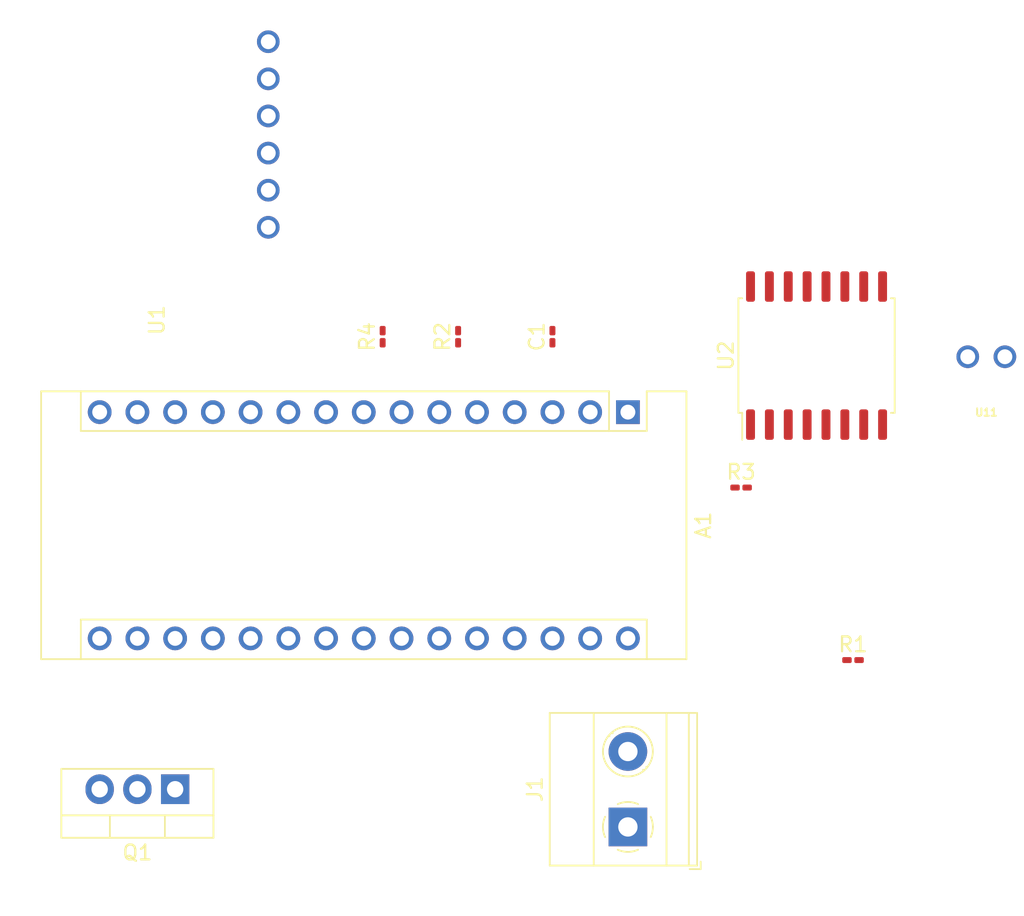
<source format=kicad_pcb>
(kicad_pcb (version 20171130) (host pcbnew "(5.1.12)-1")

  (general
    (thickness 1.6)
    (drawings 0)
    (tracks 0)
    (zones 0)
    (modules 11)
    (nets 36)
  )

  (page A4)
  (title_block
    (date "jeu. 02 avril 2015")
  )

  (layers
    (0 F.Cu signal)
    (31 B.Cu signal)
    (32 B.Adhes user)
    (33 F.Adhes user)
    (34 B.Paste user)
    (35 F.Paste user)
    (36 B.SilkS user)
    (37 F.SilkS user)
    (38 B.Mask user)
    (39 F.Mask user)
    (40 Dwgs.User user)
    (41 Cmts.User user)
    (42 Eco1.User user)
    (43 Eco2.User user)
    (44 Edge.Cuts user)
    (45 Margin user)
    (46 B.CrtYd user)
    (47 F.CrtYd user)
    (48 B.Fab user)
    (49 F.Fab user)
  )

  (setup
    (last_trace_width 0.25)
    (trace_clearance 0.2)
    (zone_clearance 0.508)
    (zone_45_only no)
    (trace_min 0.2)
    (via_size 0.6)
    (via_drill 0.4)
    (via_min_size 0.4)
    (via_min_drill 0.3)
    (uvia_size 0.3)
    (uvia_drill 0.1)
    (uvias_allowed no)
    (uvia_min_size 0.2)
    (uvia_min_drill 0.1)
    (edge_width 0.1)
    (segment_width 0.15)
    (pcb_text_width 0.3)
    (pcb_text_size 1.5 1.5)
    (mod_edge_width 0.15)
    (mod_text_size 1 1)
    (mod_text_width 0.15)
    (pad_size 1.5 1.5)
    (pad_drill 0.6)
    (pad_to_mask_clearance 0)
    (aux_axis_origin 138.176 110.617)
    (visible_elements 7FFFFFFF)
    (pcbplotparams
      (layerselection 0x00030_80000001)
      (usegerberextensions false)
      (usegerberattributes true)
      (usegerberadvancedattributes true)
      (creategerberjobfile true)
      (excludeedgelayer true)
      (linewidth 0.100000)
      (plotframeref false)
      (viasonmask false)
      (mode 1)
      (useauxorigin false)
      (hpglpennumber 1)
      (hpglpenspeed 20)
      (hpglpendiameter 15.000000)
      (psnegative false)
      (psa4output false)
      (plotreference true)
      (plotvalue true)
      (plotinvisibletext false)
      (padsonsilk false)
      (subtractmaskfromsilk false)
      (outputformat 1)
      (mirror false)
      (drillshape 1)
      (scaleselection 1)
      (outputdirectory ""))
  )

  (net 0 "")
  (net 1 GND)
  (net 2 "Net-(A1-Pad1)")
  (net 3 "Net-(A1-Pad17)")
  (net 4 "Net-(A1-Pad2)")
  (net 5 "Net-(A1-Pad18)")
  (net 6 "Net-(A1-Pad3)")
  (net 7 "Net-(A1-Pad19)")
  (net 8 "Net-(A1-Pad4)")
  (net 9 "Net-(A1-Pad20)")
  (net 10 "Net-(A1-Pad5)")
  (net 11 "Net-(A1-Pad21)")
  (net 12 "Net-(A1-Pad6)")
  (net 13 "Net-(A1-Pad22)")
  (net 14 "Net-(A1-Pad7)")
  (net 15 "Net-(A1-Pad23)")
  (net 16 "Net-(A1-Pad8)")
  (net 17 "Net-(A1-Pad24)")
  (net 18 "Net-(A1-Pad9)")
  (net 19 "Net-(A1-Pad25)")
  (net 20 "Net-(A1-Pad10)")
  (net 21 "Net-(A1-Pad26)")
  (net 22 "Net-(A1-Pad11)")
  (net 23 "Net-(A1-Pad27)")
  (net 24 "Net-(A1-Pad12)")
  (net 25 "Net-(A1-Pad28)")
  (net 26 "Net-(A1-Pad13)")
  (net 27 "Net-(A1-Pad29)")
  (net 28 "Net-(A1-Pad14)")
  (net 29 "Net-(A1-Pad30)")
  (net 30 "Net-(A1-Pad15)")
  (net 31 "Net-(A1-Pad16)")
  (net 32 "Net-(J1-Pad2)")
  (net 33 "Net-(U2-Pad1)")
  (net 34 "Net-(U2-Pad4)")
  (net 35 "Net-(U2-Pad14)")

  (net_class Default "This is the default net class."
    (clearance 0.2)
    (trace_width 0.25)
    (via_dia 0.6)
    (via_drill 0.4)
    (uvia_dia 0.3)
    (uvia_drill 0.1)
    (add_net GND)
    (add_net "Net-(A1-Pad1)")
    (add_net "Net-(A1-Pad10)")
    (add_net "Net-(A1-Pad11)")
    (add_net "Net-(A1-Pad12)")
    (add_net "Net-(A1-Pad13)")
    (add_net "Net-(A1-Pad14)")
    (add_net "Net-(A1-Pad15)")
    (add_net "Net-(A1-Pad16)")
    (add_net "Net-(A1-Pad17)")
    (add_net "Net-(A1-Pad18)")
    (add_net "Net-(A1-Pad19)")
    (add_net "Net-(A1-Pad2)")
    (add_net "Net-(A1-Pad20)")
    (add_net "Net-(A1-Pad21)")
    (add_net "Net-(A1-Pad22)")
    (add_net "Net-(A1-Pad23)")
    (add_net "Net-(A1-Pad24)")
    (add_net "Net-(A1-Pad25)")
    (add_net "Net-(A1-Pad26)")
    (add_net "Net-(A1-Pad27)")
    (add_net "Net-(A1-Pad28)")
    (add_net "Net-(A1-Pad29)")
    (add_net "Net-(A1-Pad3)")
    (add_net "Net-(A1-Pad30)")
    (add_net "Net-(A1-Pad4)")
    (add_net "Net-(A1-Pad5)")
    (add_net "Net-(A1-Pad6)")
    (add_net "Net-(A1-Pad7)")
    (add_net "Net-(A1-Pad8)")
    (add_net "Net-(A1-Pad9)")
    (add_net "Net-(J1-Pad2)")
    (add_net "Net-(U2-Pad1)")
    (add_net "Net-(U2-Pad14)")
    (add_net "Net-(U2-Pad4)")
  )

  (module Module:Arduino_Nano (layer F.Cu) (tedit 58ACAF70) (tstamp 61FC9BF5)
    (at 119.38 125.73 270)
    (descr "Arduino Nano, http://www.mouser.com/pdfdocs/Gravitech_Arduino_Nano3_0.pdf")
    (tags "Arduino Nano")
    (path /61FAF908)
    (fp_text reference A1 (at 7.62 -5.08 90) (layer F.SilkS)
      (effects (font (size 1 1) (thickness 0.15)))
    )
    (fp_text value Arduino_Nano_v3.x (at 8.89 19.05) (layer F.Fab)
      (effects (font (size 1 1) (thickness 0.15)))
    )
    (fp_line (start 16.75 42.16) (end -1.53 42.16) (layer F.CrtYd) (width 0.05))
    (fp_line (start 16.75 42.16) (end 16.75 -4.06) (layer F.CrtYd) (width 0.05))
    (fp_line (start -1.53 -4.06) (end -1.53 42.16) (layer F.CrtYd) (width 0.05))
    (fp_line (start -1.53 -4.06) (end 16.75 -4.06) (layer F.CrtYd) (width 0.05))
    (fp_line (start 16.51 -3.81) (end 16.51 39.37) (layer F.Fab) (width 0.1))
    (fp_line (start 0 -3.81) (end 16.51 -3.81) (layer F.Fab) (width 0.1))
    (fp_line (start -1.27 -2.54) (end 0 -3.81) (layer F.Fab) (width 0.1))
    (fp_line (start -1.27 39.37) (end -1.27 -2.54) (layer F.Fab) (width 0.1))
    (fp_line (start 16.51 39.37) (end -1.27 39.37) (layer F.Fab) (width 0.1))
    (fp_line (start 16.64 -3.94) (end -1.4 -3.94) (layer F.SilkS) (width 0.12))
    (fp_line (start 16.64 39.5) (end 16.64 -3.94) (layer F.SilkS) (width 0.12))
    (fp_line (start -1.4 39.5) (end 16.64 39.5) (layer F.SilkS) (width 0.12))
    (fp_line (start 3.81 41.91) (end 3.81 31.75) (layer F.Fab) (width 0.1))
    (fp_line (start 11.43 41.91) (end 3.81 41.91) (layer F.Fab) (width 0.1))
    (fp_line (start 11.43 31.75) (end 11.43 41.91) (layer F.Fab) (width 0.1))
    (fp_line (start 3.81 31.75) (end 11.43 31.75) (layer F.Fab) (width 0.1))
    (fp_line (start 1.27 36.83) (end -1.4 36.83) (layer F.SilkS) (width 0.12))
    (fp_line (start 1.27 1.27) (end 1.27 36.83) (layer F.SilkS) (width 0.12))
    (fp_line (start 1.27 1.27) (end -1.4 1.27) (layer F.SilkS) (width 0.12))
    (fp_line (start 13.97 36.83) (end 16.64 36.83) (layer F.SilkS) (width 0.12))
    (fp_line (start 13.97 -1.27) (end 13.97 36.83) (layer F.SilkS) (width 0.12))
    (fp_line (start 13.97 -1.27) (end 16.64 -1.27) (layer F.SilkS) (width 0.12))
    (fp_line (start -1.4 -3.94) (end -1.4 -1.27) (layer F.SilkS) (width 0.12))
    (fp_line (start -1.4 1.27) (end -1.4 39.5) (layer F.SilkS) (width 0.12))
    (fp_line (start 1.27 -1.27) (end -1.4 -1.27) (layer F.SilkS) (width 0.12))
    (fp_line (start 1.27 1.27) (end 1.27 -1.27) (layer F.SilkS) (width 0.12))
    (fp_text user %R (at 6.35 19.05) (layer F.Fab)
      (effects (font (size 1 1) (thickness 0.15)))
    )
    (pad 1 thru_hole rect (at 0 0 270) (size 1.6 1.6) (drill 1) (layers *.Cu *.Mask)
      (net 2 "Net-(A1-Pad1)"))
    (pad 17 thru_hole oval (at 15.24 33.02 270) (size 1.6 1.6) (drill 1) (layers *.Cu *.Mask)
      (net 3 "Net-(A1-Pad17)"))
    (pad 2 thru_hole oval (at 0 2.54 270) (size 1.6 1.6) (drill 1) (layers *.Cu *.Mask)
      (net 4 "Net-(A1-Pad2)"))
    (pad 18 thru_hole oval (at 15.24 30.48 270) (size 1.6 1.6) (drill 1) (layers *.Cu *.Mask)
      (net 5 "Net-(A1-Pad18)"))
    (pad 3 thru_hole oval (at 0 5.08 270) (size 1.6 1.6) (drill 1) (layers *.Cu *.Mask)
      (net 6 "Net-(A1-Pad3)"))
    (pad 19 thru_hole oval (at 15.24 27.94 270) (size 1.6 1.6) (drill 1) (layers *.Cu *.Mask)
      (net 7 "Net-(A1-Pad19)"))
    (pad 4 thru_hole oval (at 0 7.62 270) (size 1.6 1.6) (drill 1) (layers *.Cu *.Mask)
      (net 8 "Net-(A1-Pad4)"))
    (pad 20 thru_hole oval (at 15.24 25.4 270) (size 1.6 1.6) (drill 1) (layers *.Cu *.Mask)
      (net 9 "Net-(A1-Pad20)"))
    (pad 5 thru_hole oval (at 0 10.16 270) (size 1.6 1.6) (drill 1) (layers *.Cu *.Mask)
      (net 10 "Net-(A1-Pad5)"))
    (pad 21 thru_hole oval (at 15.24 22.86 270) (size 1.6 1.6) (drill 1) (layers *.Cu *.Mask)
      (net 11 "Net-(A1-Pad21)"))
    (pad 6 thru_hole oval (at 0 12.7 270) (size 1.6 1.6) (drill 1) (layers *.Cu *.Mask)
      (net 12 "Net-(A1-Pad6)"))
    (pad 22 thru_hole oval (at 15.24 20.32 270) (size 1.6 1.6) (drill 1) (layers *.Cu *.Mask)
      (net 13 "Net-(A1-Pad22)"))
    (pad 7 thru_hole oval (at 0 15.24 270) (size 1.6 1.6) (drill 1) (layers *.Cu *.Mask)
      (net 14 "Net-(A1-Pad7)"))
    (pad 23 thru_hole oval (at 15.24 17.78 270) (size 1.6 1.6) (drill 1) (layers *.Cu *.Mask)
      (net 15 "Net-(A1-Pad23)"))
    (pad 8 thru_hole oval (at 0 17.78 270) (size 1.6 1.6) (drill 1) (layers *.Cu *.Mask)
      (net 16 "Net-(A1-Pad8)"))
    (pad 24 thru_hole oval (at 15.24 15.24 270) (size 1.6 1.6) (drill 1) (layers *.Cu *.Mask)
      (net 17 "Net-(A1-Pad24)"))
    (pad 9 thru_hole oval (at 0 20.32 270) (size 1.6 1.6) (drill 1) (layers *.Cu *.Mask)
      (net 18 "Net-(A1-Pad9)"))
    (pad 25 thru_hole oval (at 15.24 12.7 270) (size 1.6 1.6) (drill 1) (layers *.Cu *.Mask)
      (net 19 "Net-(A1-Pad25)"))
    (pad 10 thru_hole oval (at 0 22.86 270) (size 1.6 1.6) (drill 1) (layers *.Cu *.Mask)
      (net 20 "Net-(A1-Pad10)"))
    (pad 26 thru_hole oval (at 15.24 10.16 270) (size 1.6 1.6) (drill 1) (layers *.Cu *.Mask)
      (net 21 "Net-(A1-Pad26)"))
    (pad 11 thru_hole oval (at 0 25.4 270) (size 1.6 1.6) (drill 1) (layers *.Cu *.Mask)
      (net 22 "Net-(A1-Pad11)"))
    (pad 27 thru_hole oval (at 15.24 7.62 270) (size 1.6 1.6) (drill 1) (layers *.Cu *.Mask)
      (net 23 "Net-(A1-Pad27)"))
    (pad 12 thru_hole oval (at 0 27.94 270) (size 1.6 1.6) (drill 1) (layers *.Cu *.Mask)
      (net 24 "Net-(A1-Pad12)"))
    (pad 28 thru_hole oval (at 15.24 5.08 270) (size 1.6 1.6) (drill 1) (layers *.Cu *.Mask)
      (net 25 "Net-(A1-Pad28)"))
    (pad 13 thru_hole oval (at 0 30.48 270) (size 1.6 1.6) (drill 1) (layers *.Cu *.Mask)
      (net 26 "Net-(A1-Pad13)"))
    (pad 29 thru_hole oval (at 15.24 2.54 270) (size 1.6 1.6) (drill 1) (layers *.Cu *.Mask)
      (net 27 "Net-(A1-Pad29)"))
    (pad 14 thru_hole oval (at 0 33.02 270) (size 1.6 1.6) (drill 1) (layers *.Cu *.Mask)
      (net 28 "Net-(A1-Pad14)"))
    (pad 30 thru_hole oval (at 15.24 0 270) (size 1.6 1.6) (drill 1) (layers *.Cu *.Mask)
      (net 29 "Net-(A1-Pad30)"))
    (pad 15 thru_hole oval (at 0 35.56 270) (size 1.6 1.6) (drill 1) (layers *.Cu *.Mask)
      (net 30 "Net-(A1-Pad15)"))
    (pad 16 thru_hole oval (at 15.24 35.56 270) (size 1.6 1.6) (drill 1) (layers *.Cu *.Mask)
      (net 31 "Net-(A1-Pad16)"))
    (model ${KISYS3DMOD}/Module.3dshapes/Arduino_Nano_WithMountingHoles.wrl
      (at (xyz 0 0 0))
      (scale (xyz 1 1 1))
      (rotate (xyz 0 0 0))
    )
  )

  (module Capacitor_SMD:C_0201_0603Metric_Pad0.64x0.40mm_HandSolder (layer F.Cu) (tedit 5F6BB9E0) (tstamp 61FC9C06)
    (at 114.3 120.65 90)
    (descr "Capacitor SMD 0201 (0603 Metric), square (rectangular) end terminal, IPC_7351 nominal with elongated pad for handsoldering. (Body size source: https://www.vishay.com/docs/20052/crcw0201e3.pdf), generated with kicad-footprint-generator")
    (tags "capacitor handsolder")
    (path /61FDDC55)
    (attr smd)
    (fp_text reference C1 (at 0 -1.05 90) (layer F.SilkS)
      (effects (font (size 1 1) (thickness 0.15)))
    )
    (fp_text value C (at 0 1.05 90) (layer F.Fab)
      (effects (font (size 1 1) (thickness 0.15)))
    )
    (fp_line (start 0.88 0.35) (end -0.88 0.35) (layer F.CrtYd) (width 0.05))
    (fp_line (start 0.88 -0.35) (end 0.88 0.35) (layer F.CrtYd) (width 0.05))
    (fp_line (start -0.88 -0.35) (end 0.88 -0.35) (layer F.CrtYd) (width 0.05))
    (fp_line (start -0.88 0.35) (end -0.88 -0.35) (layer F.CrtYd) (width 0.05))
    (fp_line (start 0.3 0.15) (end -0.3 0.15) (layer F.Fab) (width 0.1))
    (fp_line (start 0.3 -0.15) (end 0.3 0.15) (layer F.Fab) (width 0.1))
    (fp_line (start -0.3 -0.15) (end 0.3 -0.15) (layer F.Fab) (width 0.1))
    (fp_line (start -0.3 0.15) (end -0.3 -0.15) (layer F.Fab) (width 0.1))
    (fp_text user %R (at 0 -0.68 90) (layer F.Fab)
      (effects (font (size 0.25 0.25) (thickness 0.04)))
    )
    (pad "" smd roundrect (at -0.4325 0 90) (size 0.458 0.36) (layers F.Paste) (roundrect_rratio 0.25))
    (pad "" smd roundrect (at 0.4325 0 90) (size 0.458 0.36) (layers F.Paste) (roundrect_rratio 0.25))
    (pad 1 smd roundrect (at -0.4075 0 90) (size 0.635 0.4) (layers F.Cu F.Mask) (roundrect_rratio 0.25)
      (net 3 "Net-(A1-Pad17)"))
    (pad 2 smd roundrect (at 0.4075 0 90) (size 0.635 0.4) (layers F.Cu F.Mask) (roundrect_rratio 0.25)
      (net 1 GND))
    (model ${KISYS3DMOD}/Capacitor_SMD.3dshapes/C_0201_0603Metric.wrl
      (at (xyz 0 0 0))
      (scale (xyz 1 1 1))
      (rotate (xyz 0 0 0))
    )
  )

  (module TerminalBlock_Phoenix:TerminalBlock_Phoenix_MKDS-1,5-2-5.08_1x02_P5.08mm_Horizontal (layer F.Cu) (tedit 5B294EBC) (tstamp 61FC9C32)
    (at 119.38 153.67 90)
    (descr "Terminal Block Phoenix MKDS-1,5-2-5.08, 2 pins, pitch 5.08mm, size 10.2x9.8mm^2, drill diamater 1.3mm, pad diameter 2.6mm, see http://www.farnell.com/datasheets/100425.pdf, script-generated using https://github.com/pointhi/kicad-footprint-generator/scripts/TerminalBlock_Phoenix")
    (tags "THT Terminal Block Phoenix MKDS-1,5-2-5.08 pitch 5.08mm size 10.2x9.8mm^2 drill 1.3mm pad 2.6mm")
    (path /61FE4DDA)
    (fp_text reference J1 (at 2.54 -6.26 90) (layer F.SilkS)
      (effects (font (size 1 1) (thickness 0.15)))
    )
    (fp_text value Screw_Terminal_01x02 (at 2.54 5.66 90) (layer F.Fab)
      (effects (font (size 1 1) (thickness 0.15)))
    )
    (fp_line (start 8.13 -5.71) (end -3.04 -5.71) (layer F.CrtYd) (width 0.05))
    (fp_line (start 8.13 5.1) (end 8.13 -5.71) (layer F.CrtYd) (width 0.05))
    (fp_line (start -3.04 5.1) (end 8.13 5.1) (layer F.CrtYd) (width 0.05))
    (fp_line (start -3.04 -5.71) (end -3.04 5.1) (layer F.CrtYd) (width 0.05))
    (fp_line (start -2.84 4.9) (end -2.34 4.9) (layer F.SilkS) (width 0.12))
    (fp_line (start -2.84 4.16) (end -2.84 4.9) (layer F.SilkS) (width 0.12))
    (fp_line (start 3.853 1.023) (end 3.806 1.069) (layer F.SilkS) (width 0.12))
    (fp_line (start 6.15 -1.275) (end 6.115 -1.239) (layer F.SilkS) (width 0.12))
    (fp_line (start 4.046 1.239) (end 4.011 1.274) (layer F.SilkS) (width 0.12))
    (fp_line (start 6.355 -1.069) (end 6.308 -1.023) (layer F.SilkS) (width 0.12))
    (fp_line (start 6.035 -1.138) (end 3.943 0.955) (layer F.Fab) (width 0.1))
    (fp_line (start 6.218 -0.955) (end 4.126 1.138) (layer F.Fab) (width 0.1))
    (fp_line (start 0.955 -1.138) (end -1.138 0.955) (layer F.Fab) (width 0.1))
    (fp_line (start 1.138 -0.955) (end -0.955 1.138) (layer F.Fab) (width 0.1))
    (fp_line (start 7.68 -5.261) (end 7.68 4.66) (layer F.SilkS) (width 0.12))
    (fp_line (start -2.6 -5.261) (end -2.6 4.66) (layer F.SilkS) (width 0.12))
    (fp_line (start -2.6 4.66) (end 7.68 4.66) (layer F.SilkS) (width 0.12))
    (fp_line (start -2.6 -5.261) (end 7.68 -5.261) (layer F.SilkS) (width 0.12))
    (fp_line (start -2.6 -2.301) (end 7.68 -2.301) (layer F.SilkS) (width 0.12))
    (fp_line (start -2.54 -2.3) (end 7.62 -2.3) (layer F.Fab) (width 0.1))
    (fp_line (start -2.6 2.6) (end 7.68 2.6) (layer F.SilkS) (width 0.12))
    (fp_line (start -2.54 2.6) (end 7.62 2.6) (layer F.Fab) (width 0.1))
    (fp_line (start -2.6 4.1) (end 7.68 4.1) (layer F.SilkS) (width 0.12))
    (fp_line (start -2.54 4.1) (end 7.62 4.1) (layer F.Fab) (width 0.1))
    (fp_line (start -2.54 4.1) (end -2.54 -5.2) (layer F.Fab) (width 0.1))
    (fp_line (start -2.04 4.6) (end -2.54 4.1) (layer F.Fab) (width 0.1))
    (fp_line (start 7.62 4.6) (end -2.04 4.6) (layer F.Fab) (width 0.1))
    (fp_line (start 7.62 -5.2) (end 7.62 4.6) (layer F.Fab) (width 0.1))
    (fp_line (start -2.54 -5.2) (end 7.62 -5.2) (layer F.Fab) (width 0.1))
    (fp_circle (center 5.08 0) (end 6.76 0) (layer F.SilkS) (width 0.12))
    (fp_circle (center 5.08 0) (end 6.58 0) (layer F.Fab) (width 0.1))
    (fp_circle (center 0 0) (end 1.5 0) (layer F.Fab) (width 0.1))
    (fp_arc (start 0 0) (end 0 1.68) (angle -24) (layer F.SilkS) (width 0.12))
    (fp_arc (start 0 0) (end 1.535 0.684) (angle -48) (layer F.SilkS) (width 0.12))
    (fp_arc (start 0 0) (end 0.684 -1.535) (angle -48) (layer F.SilkS) (width 0.12))
    (fp_arc (start 0 0) (end -1.535 -0.684) (angle -48) (layer F.SilkS) (width 0.12))
    (fp_arc (start 0 0) (end -0.684 1.535) (angle -25) (layer F.SilkS) (width 0.12))
    (fp_text user %R (at 2.54 3.2 90) (layer F.Fab)
      (effects (font (size 1 1) (thickness 0.15)))
    )
    (pad 1 thru_hole rect (at 0 0 90) (size 2.6 2.6) (drill 1.3) (layers *.Cu *.Mask)
      (net 23 "Net-(A1-Pad27)"))
    (pad 2 thru_hole circle (at 5.08 0 90) (size 2.6 2.6) (drill 1.3) (layers *.Cu *.Mask)
      (net 32 "Net-(J1-Pad2)"))
    (model ${KISYS3DMOD}/TerminalBlock_Phoenix.3dshapes/TerminalBlock_Phoenix_MKDS-1,5-2-5.08_1x02_P5.08mm_Horizontal.wrl
      (at (xyz 0 0 0))
      (scale (xyz 1 1 1))
      (rotate (xyz 0 0 0))
    )
  )

  (module Package_TO_SOT_THT:TO-220-3_Vertical (layer F.Cu) (tedit 5AC8BA0D) (tstamp 61FC9C4C)
    (at 88.9 151.13 180)
    (descr "TO-220-3, Vertical, RM 2.54mm, see https://www.vishay.com/docs/66542/to-220-1.pdf")
    (tags "TO-220-3 Vertical RM 2.54mm")
    (path /61FEFBEF)
    (fp_text reference Q1 (at 2.54 -4.27) (layer F.SilkS)
      (effects (font (size 1 1) (thickness 0.15)))
    )
    (fp_text value IRF540N (at 2.54 2.5) (layer F.Fab)
      (effects (font (size 1 1) (thickness 0.15)))
    )
    (fp_line (start 7.79 -3.4) (end -2.71 -3.4) (layer F.CrtYd) (width 0.05))
    (fp_line (start 7.79 1.51) (end 7.79 -3.4) (layer F.CrtYd) (width 0.05))
    (fp_line (start -2.71 1.51) (end 7.79 1.51) (layer F.CrtYd) (width 0.05))
    (fp_line (start -2.71 -3.4) (end -2.71 1.51) (layer F.CrtYd) (width 0.05))
    (fp_line (start 4.391 -3.27) (end 4.391 -1.76) (layer F.SilkS) (width 0.12))
    (fp_line (start 0.69 -3.27) (end 0.69 -1.76) (layer F.SilkS) (width 0.12))
    (fp_line (start -2.58 -1.76) (end 7.66 -1.76) (layer F.SilkS) (width 0.12))
    (fp_line (start 7.66 -3.27) (end 7.66 1.371) (layer F.SilkS) (width 0.12))
    (fp_line (start -2.58 -3.27) (end -2.58 1.371) (layer F.SilkS) (width 0.12))
    (fp_line (start -2.58 1.371) (end 7.66 1.371) (layer F.SilkS) (width 0.12))
    (fp_line (start -2.58 -3.27) (end 7.66 -3.27) (layer F.SilkS) (width 0.12))
    (fp_line (start 4.39 -3.15) (end 4.39 -1.88) (layer F.Fab) (width 0.1))
    (fp_line (start 0.69 -3.15) (end 0.69 -1.88) (layer F.Fab) (width 0.1))
    (fp_line (start -2.46 -1.88) (end 7.54 -1.88) (layer F.Fab) (width 0.1))
    (fp_line (start 7.54 -3.15) (end -2.46 -3.15) (layer F.Fab) (width 0.1))
    (fp_line (start 7.54 1.25) (end 7.54 -3.15) (layer F.Fab) (width 0.1))
    (fp_line (start -2.46 1.25) (end 7.54 1.25) (layer F.Fab) (width 0.1))
    (fp_line (start -2.46 -3.15) (end -2.46 1.25) (layer F.Fab) (width 0.1))
    (fp_text user %R (at 2.54 -4.27) (layer F.Fab)
      (effects (font (size 1 1) (thickness 0.15)))
    )
    (pad 1 thru_hole rect (at 0 0 180) (size 1.905 2) (drill 1.1) (layers *.Cu *.Mask)
      (net 32 "Net-(J1-Pad2)"))
    (pad 2 thru_hole oval (at 2.54 0 180) (size 1.905 2) (drill 1.1) (layers *.Cu *.Mask)
      (net 7 "Net-(A1-Pad19)"))
    (pad 3 thru_hole oval (at 5.08 0 180) (size 1.905 2) (drill 1.1) (layers *.Cu *.Mask)
      (net 23 "Net-(A1-Pad27)"))
    (model ${KISYS3DMOD}/Package_TO_SOT_THT.3dshapes/TO-220-3_Vertical.wrl
      (at (xyz 0 0 0))
      (scale (xyz 1 1 1))
      (rotate (xyz 0 0 0))
    )
  )

  (module Resistor_SMD:R_0201_0603Metric_Pad0.64x0.40mm_HandSolder (layer F.Cu) (tedit 5F6BB9E0) (tstamp 61FC9C5D)
    (at 134.535001 142.43)
    (descr "Resistor SMD 0201 (0603 Metric), square (rectangular) end terminal, IPC_7351 nominal with elongated pad for handsoldering. (Body size source: https://www.vishay.com/docs/20052/crcw0201e3.pdf), generated with kicad-footprint-generator")
    (tags "resistor handsolder")
    (path /61FC780F)
    (attr smd)
    (fp_text reference R1 (at 0 -1.05) (layer F.SilkS)
      (effects (font (size 1 1) (thickness 0.15)))
    )
    (fp_text value 4.7K (at 0 1.05) (layer F.Fab)
      (effects (font (size 1 1) (thickness 0.15)))
    )
    (fp_line (start 0.88 0.35) (end -0.88 0.35) (layer F.CrtYd) (width 0.05))
    (fp_line (start 0.88 -0.35) (end 0.88 0.35) (layer F.CrtYd) (width 0.05))
    (fp_line (start -0.88 -0.35) (end 0.88 -0.35) (layer F.CrtYd) (width 0.05))
    (fp_line (start -0.88 0.35) (end -0.88 -0.35) (layer F.CrtYd) (width 0.05))
    (fp_line (start 0.3 0.15) (end -0.3 0.15) (layer F.Fab) (width 0.1))
    (fp_line (start 0.3 -0.15) (end 0.3 0.15) (layer F.Fab) (width 0.1))
    (fp_line (start -0.3 -0.15) (end 0.3 -0.15) (layer F.Fab) (width 0.1))
    (fp_line (start -0.3 0.15) (end -0.3 -0.15) (layer F.Fab) (width 0.1))
    (fp_text user %R (at 0 -0.68) (layer F.Fab)
      (effects (font (size 0.25 0.25) (thickness 0.04)))
    )
    (pad "" smd roundrect (at -0.4325 0) (size 0.458 0.36) (layers F.Paste) (roundrect_rratio 0.25))
    (pad "" smd roundrect (at 0.4325 0) (size 0.458 0.36) (layers F.Paste) (roundrect_rratio 0.25))
    (pad 1 smd roundrect (at -0.4075 0) (size 0.635 0.4) (layers F.Cu F.Mask) (roundrect_rratio 0.25)
      (net 3 "Net-(A1-Pad17)"))
    (pad 2 smd roundrect (at 0.4075 0) (size 0.635 0.4) (layers F.Cu F.Mask) (roundrect_rratio 0.25)
      (net 17 "Net-(A1-Pad24)"))
    (model ${KISYS3DMOD}/Resistor_SMD.3dshapes/R_0201_0603Metric.wrl
      (at (xyz 0 0 0))
      (scale (xyz 1 1 1))
      (rotate (xyz 0 0 0))
    )
  )

  (module Resistor_SMD:R_0201_0603Metric_Pad0.64x0.40mm_HandSolder (layer F.Cu) (tedit 5F6BB9E0) (tstamp 61FC9C6E)
    (at 107.95 120.65 90)
    (descr "Resistor SMD 0201 (0603 Metric), square (rectangular) end terminal, IPC_7351 nominal with elongated pad for handsoldering. (Body size source: https://www.vishay.com/docs/20052/crcw0201e3.pdf), generated with kicad-footprint-generator")
    (tags "resistor handsolder")
    (path /61FC70CF)
    (attr smd)
    (fp_text reference R2 (at 0 -1.05 90) (layer F.SilkS)
      (effects (font (size 1 1) (thickness 0.15)))
    )
    (fp_text value 10K (at 0 1.05 90) (layer F.Fab)
      (effects (font (size 1 1) (thickness 0.15)))
    )
    (fp_text user %R (at 0 -0.68 90) (layer F.Fab)
      (effects (font (size 0.25 0.25) (thickness 0.04)))
    )
    (fp_line (start -0.3 0.15) (end -0.3 -0.15) (layer F.Fab) (width 0.1))
    (fp_line (start -0.3 -0.15) (end 0.3 -0.15) (layer F.Fab) (width 0.1))
    (fp_line (start 0.3 -0.15) (end 0.3 0.15) (layer F.Fab) (width 0.1))
    (fp_line (start 0.3 0.15) (end -0.3 0.15) (layer F.Fab) (width 0.1))
    (fp_line (start -0.88 0.35) (end -0.88 -0.35) (layer F.CrtYd) (width 0.05))
    (fp_line (start -0.88 -0.35) (end 0.88 -0.35) (layer F.CrtYd) (width 0.05))
    (fp_line (start 0.88 -0.35) (end 0.88 0.35) (layer F.CrtYd) (width 0.05))
    (fp_line (start 0.88 0.35) (end -0.88 0.35) (layer F.CrtYd) (width 0.05))
    (pad 2 smd roundrect (at 0.4075 0 90) (size 0.635 0.4) (layers F.Cu F.Mask) (roundrect_rratio 0.25)
      (net 15 "Net-(A1-Pad23)"))
    (pad 1 smd roundrect (at -0.4075 0 90) (size 0.635 0.4) (layers F.Cu F.Mask) (roundrect_rratio 0.25)
      (net 3 "Net-(A1-Pad17)"))
    (pad "" smd roundrect (at 0.4325 0 90) (size 0.458 0.36) (layers F.Paste) (roundrect_rratio 0.25))
    (pad "" smd roundrect (at -0.4325 0 90) (size 0.458 0.36) (layers F.Paste) (roundrect_rratio 0.25))
    (model ${KISYS3DMOD}/Resistor_SMD.3dshapes/R_0201_0603Metric.wrl
      (at (xyz 0 0 0))
      (scale (xyz 1 1 1))
      (rotate (xyz 0 0 0))
    )
  )

  (module Resistor_SMD:R_0201_0603Metric_Pad0.64x0.40mm_HandSolder (layer F.Cu) (tedit 5F6BB9E0) (tstamp 61FC9C7F)
    (at 127 130.81)
    (descr "Resistor SMD 0201 (0603 Metric), square (rectangular) end terminal, IPC_7351 nominal with elongated pad for handsoldering. (Body size source: https://www.vishay.com/docs/20052/crcw0201e3.pdf), generated with kicad-footprint-generator")
    (tags "resistor handsolder")
    (path /61FC62BC)
    (attr smd)
    (fp_text reference R3 (at 0 -1.05) (layer F.SilkS)
      (effects (font (size 1 1) (thickness 0.15)))
    )
    (fp_text value 4.7K (at 0 1.05) (layer F.Fab)
      (effects (font (size 1 1) (thickness 0.15)))
    )
    (fp_line (start 0.88 0.35) (end -0.88 0.35) (layer F.CrtYd) (width 0.05))
    (fp_line (start 0.88 -0.35) (end 0.88 0.35) (layer F.CrtYd) (width 0.05))
    (fp_line (start -0.88 -0.35) (end 0.88 -0.35) (layer F.CrtYd) (width 0.05))
    (fp_line (start -0.88 0.35) (end -0.88 -0.35) (layer F.CrtYd) (width 0.05))
    (fp_line (start 0.3 0.15) (end -0.3 0.15) (layer F.Fab) (width 0.1))
    (fp_line (start 0.3 -0.15) (end 0.3 0.15) (layer F.Fab) (width 0.1))
    (fp_line (start -0.3 -0.15) (end 0.3 -0.15) (layer F.Fab) (width 0.1))
    (fp_line (start -0.3 0.15) (end -0.3 -0.15) (layer F.Fab) (width 0.1))
    (fp_text user %R (at 0 -0.68) (layer F.Fab)
      (effects (font (size 0.25 0.25) (thickness 0.04)))
    )
    (pad "" smd roundrect (at -0.4325 0) (size 0.458 0.36) (layers F.Paste) (roundrect_rratio 0.25))
    (pad "" smd roundrect (at 0.4325 0) (size 0.458 0.36) (layers F.Paste) (roundrect_rratio 0.25))
    (pad 1 smd roundrect (at -0.4075 0) (size 0.635 0.4) (layers F.Cu F.Mask) (roundrect_rratio 0.25)
      (net 3 "Net-(A1-Pad17)"))
    (pad 2 smd roundrect (at 0.4075 0) (size 0.635 0.4) (layers F.Cu F.Mask) (roundrect_rratio 0.25)
      (net 10 "Net-(A1-Pad5)"))
    (model ${KISYS3DMOD}/Resistor_SMD.3dshapes/R_0201_0603Metric.wrl
      (at (xyz 0 0 0))
      (scale (xyz 1 1 1))
      (rotate (xyz 0 0 0))
    )
  )

  (module Resistor_SMD:R_0201_0603Metric_Pad0.64x0.40mm_HandSolder (layer F.Cu) (tedit 5F6BB9E0) (tstamp 61FC9C90)
    (at 102.87 120.65 90)
    (descr "Resistor SMD 0201 (0603 Metric), square (rectangular) end terminal, IPC_7351 nominal with elongated pad for handsoldering. (Body size source: https://www.vishay.com/docs/20052/crcw0201e3.pdf), generated with kicad-footprint-generator")
    (tags "resistor handsolder")
    (path /61FFA4E7)
    (attr smd)
    (fp_text reference R4 (at 0 -1.05 90) (layer F.SilkS)
      (effects (font (size 1 1) (thickness 0.15)))
    )
    (fp_text value 3.0M (at 0 1.05 90) (layer F.Fab)
      (effects (font (size 1 1) (thickness 0.15)))
    )
    (fp_text user %R (at 0 -0.68 90) (layer F.Fab)
      (effects (font (size 0.25 0.25) (thickness 0.04)))
    )
    (fp_line (start -0.3 0.15) (end -0.3 -0.15) (layer F.Fab) (width 0.1))
    (fp_line (start -0.3 -0.15) (end 0.3 -0.15) (layer F.Fab) (width 0.1))
    (fp_line (start 0.3 -0.15) (end 0.3 0.15) (layer F.Fab) (width 0.1))
    (fp_line (start 0.3 0.15) (end -0.3 0.15) (layer F.Fab) (width 0.1))
    (fp_line (start -0.88 0.35) (end -0.88 -0.35) (layer F.CrtYd) (width 0.05))
    (fp_line (start -0.88 -0.35) (end 0.88 -0.35) (layer F.CrtYd) (width 0.05))
    (fp_line (start 0.88 -0.35) (end 0.88 0.35) (layer F.CrtYd) (width 0.05))
    (fp_line (start 0.88 0.35) (end -0.88 0.35) (layer F.CrtYd) (width 0.05))
    (pad 2 smd roundrect (at 0.4075 0 90) (size 0.635 0.4) (layers F.Cu F.Mask) (roundrect_rratio 0.25)
      (net 1 GND))
    (pad 1 smd roundrect (at -0.4075 0 90) (size 0.635 0.4) (layers F.Cu F.Mask) (roundrect_rratio 0.25)
      (net 7 "Net-(A1-Pad19)"))
    (pad "" smd roundrect (at 0.4325 0 90) (size 0.458 0.36) (layers F.Paste) (roundrect_rratio 0.25))
    (pad "" smd roundrect (at -0.4325 0 90) (size 0.458 0.36) (layers F.Paste) (roundrect_rratio 0.25))
    (model ${KISYS3DMOD}/Resistor_SMD.3dshapes/R_0201_0603Metric.wrl
      (at (xyz 0 0 0))
      (scale (xyz 1 1 1))
      (rotate (xyz 0 0 0))
    )
  )

  (module SDcard:SDCard (layer F.Cu) (tedit 61FC3E49) (tstamp 61FC9CA0)
    (at 90.17 113.03 270)
    (path /61FB510B)
    (fp_text reference U1 (at 6.5 2.5 90) (layer F.SilkS)
      (effects (font (size 1 1) (thickness 0.15)))
    )
    (fp_text value SDCARD (at 6.5 1 90) (layer F.Fab)
      (effects (font (size 1 1) (thickness 0.15)))
    )
    (fp_line (start -15 13) (end -15 -8) (layer B.Paste) (width 0.12))
    (fp_line (start -14 13) (end -15 13) (layer B.Paste) (width 0.12))
    (fp_line (start 3 13) (end 2 13) (layer B.Paste) (width 0.12))
    (fp_line (start 3 -8) (end 3 13) (layer B.Paste) (width 0.12))
    (fp_line (start -14 13) (end 2 13) (layer B.Paste) (width 0.12))
    (fp_line (start -15 -8) (end 3 -8) (layer B.Paste) (width 0.12))
    (pad 1 thru_hole circle (at -12.25 -5 270) (size 1.524 1.524) (drill 1) (layers *.Cu *.Mask)
      (net 1 GND))
    (pad 2 thru_hole circle (at -9.75 -5 270) (size 1.524 1.524) (drill 1) (layers *.Cu *.Mask)
      (net 30 "Net-(A1-Pad15)"))
    (pad 3 thru_hole circle (at -7.25 -5 270) (size 1.524 1.524) (drill 1) (layers *.Cu *.Mask)
      (net 31 "Net-(A1-Pad16)"))
    (pad 4 thru_hole circle (at -4.75 -5 270) (size 1.524 1.524) (drill 1) (layers *.Cu *.Mask)
      (net 28 "Net-(A1-Pad14)"))
    (pad 5 thru_hole circle (at -2.25 -5 270) (size 1.524 1.524) (drill 1) (layers *.Cu *.Mask)
      (net 20 "Net-(A1-Pad10)"))
    (pad 6 thru_hole circle (at 0.25 -5 270) (size 1.524 1.524) (drill 1) (layers *.Cu *.Mask)
      (net 3 "Net-(A1-Pad17)"))
  )

  (module Package_SO:SOIC-16W_7.5x10.3mm_P1.27mm (layer F.Cu) (tedit 5D9F72B1) (tstamp 61FC9CC7)
    (at 132.08 121.92 90)
    (descr "SOIC, 16 Pin (JEDEC MS-013AA, https://www.analog.com/media/en/package-pcb-resources/package/pkg_pdf/soic_wide-rw/rw_16.pdf), generated with kicad-footprint-generator ipc_gullwing_generator.py")
    (tags "SOIC SO")
    (path /61FB1A4A)
    (attr smd)
    (fp_text reference U2 (at 0 -6.1 90) (layer F.SilkS)
      (effects (font (size 1 1) (thickness 0.15)))
    )
    (fp_text value DS3231M (at 0 6.1 90) (layer F.Fab)
      (effects (font (size 1 1) (thickness 0.15)))
    )
    (fp_line (start 5.93 -5.4) (end -5.93 -5.4) (layer F.CrtYd) (width 0.05))
    (fp_line (start 5.93 5.4) (end 5.93 -5.4) (layer F.CrtYd) (width 0.05))
    (fp_line (start -5.93 5.4) (end 5.93 5.4) (layer F.CrtYd) (width 0.05))
    (fp_line (start -5.93 -5.4) (end -5.93 5.4) (layer F.CrtYd) (width 0.05))
    (fp_line (start -3.75 -4.15) (end -2.75 -5.15) (layer F.Fab) (width 0.1))
    (fp_line (start -3.75 5.15) (end -3.75 -4.15) (layer F.Fab) (width 0.1))
    (fp_line (start 3.75 5.15) (end -3.75 5.15) (layer F.Fab) (width 0.1))
    (fp_line (start 3.75 -5.15) (end 3.75 5.15) (layer F.Fab) (width 0.1))
    (fp_line (start -2.75 -5.15) (end 3.75 -5.15) (layer F.Fab) (width 0.1))
    (fp_line (start -3.86 -5.005) (end -5.675 -5.005) (layer F.SilkS) (width 0.12))
    (fp_line (start -3.86 -5.26) (end -3.86 -5.005) (layer F.SilkS) (width 0.12))
    (fp_line (start 0 -5.26) (end -3.86 -5.26) (layer F.SilkS) (width 0.12))
    (fp_line (start 3.86 -5.26) (end 3.86 -5.005) (layer F.SilkS) (width 0.12))
    (fp_line (start 0 -5.26) (end 3.86 -5.26) (layer F.SilkS) (width 0.12))
    (fp_line (start -3.86 5.26) (end -3.86 5.005) (layer F.SilkS) (width 0.12))
    (fp_line (start 0 5.26) (end -3.86 5.26) (layer F.SilkS) (width 0.12))
    (fp_line (start 3.86 5.26) (end 3.86 5.005) (layer F.SilkS) (width 0.12))
    (fp_line (start 0 5.26) (end 3.86 5.26) (layer F.SilkS) (width 0.12))
    (fp_text user %R (at 0 0 90) (layer F.Fab)
      (effects (font (size 1 1) (thickness 0.15)))
    )
    (pad 1 smd roundrect (at -4.65 -4.445 90) (size 2.05 0.6) (layers F.Cu F.Paste F.Mask) (roundrect_rratio 0.25)
      (net 33 "Net-(U2-Pad1)"))
    (pad 2 smd roundrect (at -4.65 -3.175 90) (size 2.05 0.6) (layers F.Cu F.Paste F.Mask) (roundrect_rratio 0.25)
      (net 3 "Net-(A1-Pad17)"))
    (pad 3 smd roundrect (at -4.65 -1.905 90) (size 2.05 0.6) (layers F.Cu F.Paste F.Mask) (roundrect_rratio 0.25)
      (net 10 "Net-(A1-Pad5)"))
    (pad 4 smd roundrect (at -4.65 -0.635 90) (size 2.05 0.6) (layers F.Cu F.Paste F.Mask) (roundrect_rratio 0.25)
      (net 34 "Net-(U2-Pad4)"))
    (pad 5 smd roundrect (at -4.65 0.635 90) (size 2.05 0.6) (layers F.Cu F.Paste F.Mask) (roundrect_rratio 0.25)
      (net 1 GND))
    (pad 6 smd roundrect (at -4.65 1.905 90) (size 2.05 0.6) (layers F.Cu F.Paste F.Mask) (roundrect_rratio 0.25)
      (net 1 GND))
    (pad 7 smd roundrect (at -4.65 3.175 90) (size 2.05 0.6) (layers F.Cu F.Paste F.Mask) (roundrect_rratio 0.25)
      (net 1 GND))
    (pad 8 smd roundrect (at -4.65 4.445 90) (size 2.05 0.6) (layers F.Cu F.Paste F.Mask) (roundrect_rratio 0.25)
      (net 1 GND))
    (pad 9 smd roundrect (at 4.65 4.445 90) (size 2.05 0.6) (layers F.Cu F.Paste F.Mask) (roundrect_rratio 0.25)
      (net 1 GND))
    (pad 10 smd roundrect (at 4.65 3.175 90) (size 2.05 0.6) (layers F.Cu F.Paste F.Mask) (roundrect_rratio 0.25)
      (net 1 GND))
    (pad 11 smd roundrect (at 4.65 1.905 90) (size 2.05 0.6) (layers F.Cu F.Paste F.Mask) (roundrect_rratio 0.25)
      (net 1 GND))
    (pad 12 smd roundrect (at 4.65 0.635 90) (size 2.05 0.6) (layers F.Cu F.Paste F.Mask) (roundrect_rratio 0.25)
      (net 1 GND))
    (pad 13 smd roundrect (at 4.65 -0.635 90) (size 2.05 0.6) (layers F.Cu F.Paste F.Mask) (roundrect_rratio 0.25)
      (net 1 GND))
    (pad 14 smd roundrect (at 4.65 -1.905 90) (size 2.05 0.6) (layers F.Cu F.Paste F.Mask) (roundrect_rratio 0.25)
      (net 35 "Net-(U2-Pad14)"))
    (pad 15 smd roundrect (at 4.65 -3.175 90) (size 2.05 0.6) (layers F.Cu F.Paste F.Mask) (roundrect_rratio 0.25)
      (net 15 "Net-(A1-Pad23)"))
    (pad 16 smd roundrect (at 4.65 -4.445 90) (size 2.05 0.6) (layers F.Cu F.Paste F.Mask) (roundrect_rratio 0.25)
      (net 17 "Net-(A1-Pad24)"))
    (model ${KISYS3DMOD}/Package_SO.3dshapes/SOIC-16W_7.5x10.3mm_P1.27mm.wrl
      (at (xyz 0 0 0))
      (scale (xyz 1 1 1))
      (rotate (xyz 0 0 0))
    )
  )

  (module battery:Battery (layer F.Cu) (tedit 61FC3DE0) (tstamp 61FC9CD3)
    (at 143.51 127)
    (path /61FFE5ED)
    (fp_text reference U11 (at 0 -1.25) (layer F.SilkS)
      (effects (font (size 0.5 0.5) (thickness 0.125)))
    )
    (fp_text value Battery (at 0 -2) (layer F.Fab)
      (effects (font (size 0.5 0.5) (thickness 0.125)))
    )
    (fp_line (start -2.5 -2.75) (end -2.5 -6.5) (layer B.Paste) (width 0.12))
    (fp_line (start -2.25 -2.75) (end -2.5 -2.75) (layer B.Paste) (width 0.12))
    (fp_line (start 2.5 -2.75) (end 2.5 -6.5) (layer B.Paste) (width 0.12))
    (fp_line (start 2.25 -2.75) (end 2.5 -2.75) (layer B.Paste) (width 0.12))
    (fp_line (start -2.25 -2.75) (end 2.25 -2.75) (layer B.Paste) (width 0.12))
    (fp_line (start -2.5 -6.5) (end 2.5 -6.5) (layer B.Paste) (width 0.12))
    (pad GND thru_hole circle (at -1.25 -5) (size 1.524 1.524) (drill 1) (layers *.Cu *.Mask))
    (pad Vin thru_hole circle (at 1.25 -5) (size 1.524 1.524) (drill 1) (layers *.Cu *.Mask))
  )

)

</source>
